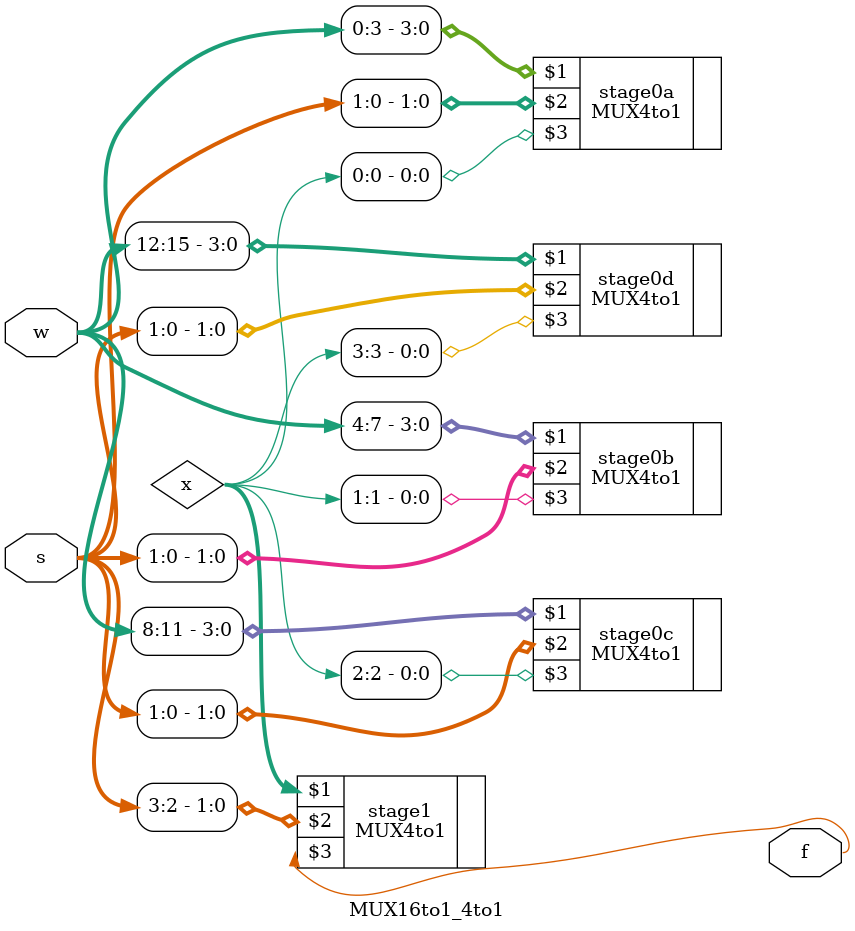
<source format=v>
`include "MUX4to1.v"

module MUX16to1_4to1(w,s,f);

input [0:15]w;
input [3:0]s;

output f;

wire [0:3]x;

MUX4to1 stage0a(w[0:3],s[1:0],x[0]);
MUX4to1 stage0b(w[4:7],s[1:0],x[1]);
MUX4to1 stage0c(w[8:11],s[1:0],x[2]);
MUX4to1 stage0d(w[12:15],s[1:0],x[3]);

MUX4to1 stage1(x,s[3:2],f);

endmodule
</source>
